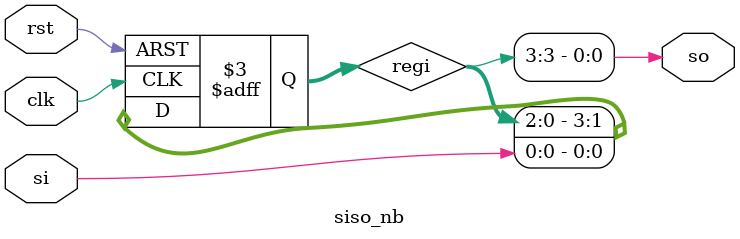
<source format=v>
module siso_nb(si,rst,clk,so);
input rst,clk,si;
output so;
reg [3:0] regi;
always @(posedge(clk),negedge(rst))
begin
	if(!rst) 
	begin
		regi=4'b0000;
	end
	else
	begin
		regi[3]<=regi[2];
		regi[2]<=regi[1];
		regi[1]<=regi[0];
		regi[0]<=si;



	end
end
assign so=regi[3];
endmodule

</source>
